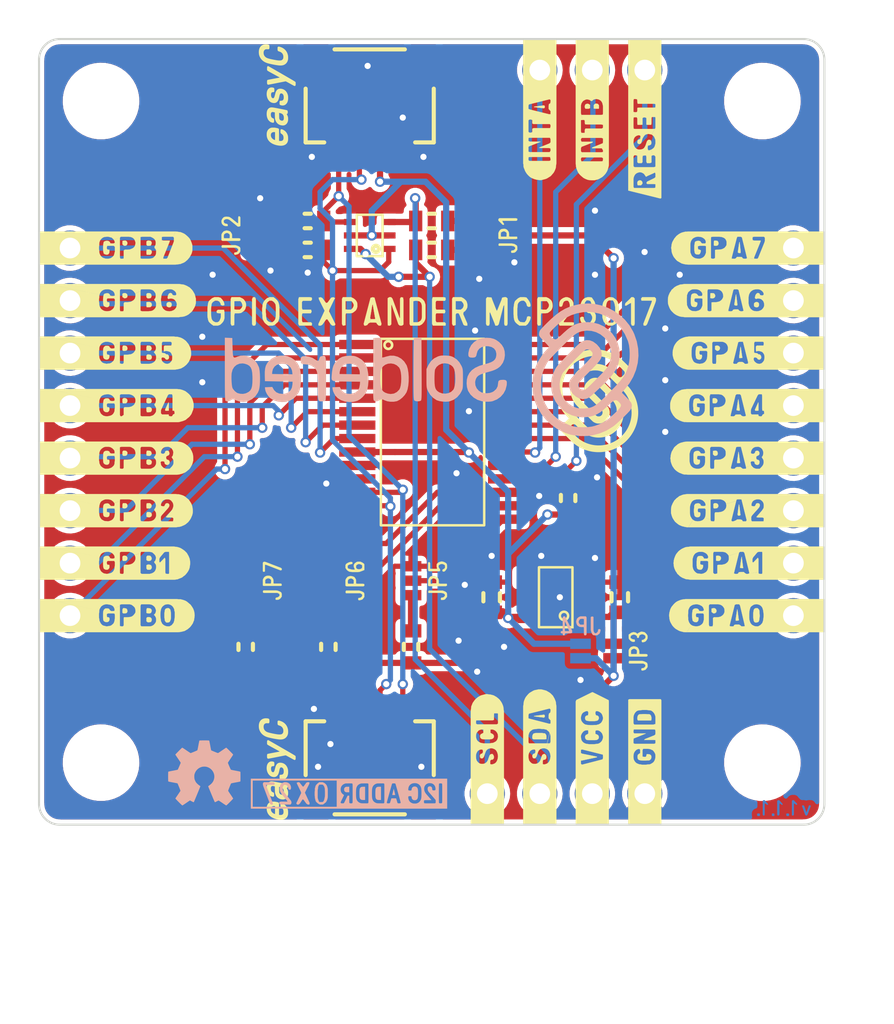
<source format=kicad_pcb>
(kicad_pcb (version 20210623) (generator pcbnew)
  (layers (0 "F.Cu" signal) (31 "B.Cu" signal) (34 "B.Paste" user) (35 "F.Paste" user) (36 "B.SilkS" user "B.Silkscreen") (37 "F.SilkS" user "F.Silkscreen") (38 "B.Mask" user) (39 "F.Mask" user) (44 "Edge.Cuts" user))
  (net 0 "")
  (net 1 "Net-(C3-Pad2)")
  (net 2 "GND")
  (net 3 "3V3")
  (net 4 "SDA_PULL5")
  (net 5 "5V")
  (net 6 "SCL_PULL5")
  (net 7 "SDA_PULL3,3")
  (net 8 "SCL_PULL3,3")
  (net 9 "Net-(JP5-Pad3)")
  (net 10 "A0")
  (net 11 "Net-(JP6-Pad3)")
  (net 12 "A1")
  (net 13 "Net-(JP7-Pad3)")
  (net 14 "A2")
  (net 15 "SDA3,3")
  (net 16 "SCL3,3")
  (net 17 "SCL5")
  (net 18 "SDA5")
  (net 19 "GPB0")
  (net 20 "GPB1")
  (net 21 "GPB2")
  (net 22 "GPB3")
  (net 23 "GPB4")
  (net 24 "GPB5")
  (net 25 "GPB6")
  (net 26 "GPB7")
  (net 27 "INTA")
  (net 28 "INTB")
  (net 29 "~{RESET}")
  (net 30 "GPA0")
  (net 31 "GPA1")
  (net 32 "GPA2")
  (net 33 "GPA3")
  (net 34 "GPA4")
  (net 35 "GPA5")
  (net 36 "GPA6")
  (net 37 "GPA7")
  (footprint "buzzardLabel" (layer "F.Cu") (at 89.6 122.27)
    (fp_text reference "")
    (fp_text value "")
  )
  (footprint "e-radionica.com footprinti:easyC-connector" (layer "F.Cu") (at 106 105.3)
    (fp_text reference "K3")
    (fp_text value "easyC-SMD")
  )
  (footprint "e-radionica.com footprinti:0603R" (layer "F.Cu") (at 100 131.4 -90)
    (fp_text reference "R8")
    (fp_text value "10k")
  )
  (footprint "e-radionica.com footprinti:HOLE_3.2mm" (layer "F.Cu") (at 93 105)
    (fp_text reference "H1" hide)
    (fp_text value "HOLE_3.2mm" hide)
  )
  (footprint "e-radionica.com footprinti:0603C" (layer "F.Cu") (at 111.9 129 -90)
    (fp_text reference "C4")
    (fp_text value "2.2uF")
  )
  (footprint "buzzardLabel" (layer "F.Cu") (at 128.4 122.27)
    (fp_text reference "")
    (fp_text value "")
  )
  (footprint "e-radionica.com footprinti:SMD-JUMPER-CONNECTED_TRACE_SLODERMASK" (layer "F.Cu") (at 117.8 131.6 -90)
    (fp_text reference "JP3")
    (fp_text value "SMD-JUMPER-CONNECTED_TRACE_SLODERMASK")
  )
  (footprint "e-radionica.com footprinti:SOT-363" (layer "F.Cu") (at 106 111.5 180)
    (fp_text reference "U2")
    (fp_text value "NMOS-DUAL")
  )
  (footprint "buzzardLabel" (layer "F.Cu") (at 119 131.6 90)
    (fp_text reference "")
    (fp_text value "")
  )
  (footprint "Soldered Graphics:Logo-Front-Soldered-5mm" (layer "F.Cu") (at 117 119.5)
    (fp_text reference "G***" hide)
    (fp_text value "LOGO" hide)
  )
  (footprint "Soldered Graphics:Logo-Back-SolderedFULL-20mm" (layer "F.Cu") (at 109 118)
    (fp_text reference "REF**" hide)
    (fp_text value "Logo-Front-SolderedFULL-20mm" hide)
  )
  (footprint "e-radionica.com footprinti:easyC-connector" (layer "F.Cu") (at 106 136.7 180)
    (fp_text reference "K1")
    (fp_text value "easyC-SMD")
  )
  (footprint "e-radionica.com footprinti:SOT-23-5" (layer "F.Cu") (at 115 129 180)
    (fp_text reference "U3")
    (fp_text value "SE5218")
  )
  (footprint "Soldered Graphics:Logo-Back-OSH-3.5mm" (layer "F.Cu") (at 98 137.5)
    (fp_text reference "G***" hide)
    (fp_text value "LOGO" hide)
  )
  (footprint "e-radionica.com footprinti:HOLE_3.2mm" (layer "F.Cu") (at 125 137)
    (fp_text reference "H4" hide)
    (fp_text value "HOLE_3.2mm" hide)
  )
  (footprint "e-radionica.com footprinti:0603R" (layer "F.Cu") (at 103 112.2)
    (fp_text reference "R1")
    (fp_text value "10k")
  )
  (footprint "buzzardLabel" (layer "F.Cu") (at 116.77 140.4 90)
    (fp_text reference "")
    (fp_text value "")
  )
  (footprint "buzzardLabel" (layer "F.Cu") (at 114.23 101.6 90)
    (fp_text reference "")
    (fp_text value "")
  )
  (footprint "e-radionica.com footprinti:0603R" (layer "F.Cu") (at 108 131.4 -90)
    (fp_text reference "R6")
    (fp_text value "10k")
  )
  (footprint "Soldered Graphics:Logo-Front-easyC-5mm" (layer "F.Cu") (at 101.5 104.7 90)
    (fp_text reference "G***" hide)
    (fp_text value "LOGO" hide)
  )
  (footprint "e-radionica.com footprinti:0603R" (layer "F.Cu") (at 109 110.8 180)
    (fp_text reference "R2")
    (fp_text value "10k")
  )
  (footprint "e-radionica.com footprinti:FIDUCIAL_1MM_PASTE" (layer "F.Cu") (at 106 138)
    (fp_text reference "FD1")
    (fp_text value "Fiducial_Stencil")
  )
  (footprint "buzzardLabel" (layer "F.Cu") (at 101.3 128.2 90)
    (fp_text reference "")
    (fp_text value "")
  )
  (footprint "buzzardLabel" (layer "F.Cu") (at 89.6 119.73)
    (fp_text reference "")
    (fp_text value "")
  )
  (footprint "buzzardLabel" (layer "F.Cu") (at 119.31 101.6 90)
    (fp_text reference "")
    (fp_text value "")
  )
  (footprint "buzzardLabel" (layer "F.Cu") (at 128.4 112.11)
    (fp_text reference "")
    (fp_text value "")
  )
  (footprint "e-radionica.com footprinti:SMD_JUMPER_3_PAD_TRACE" (layer "F.Cu") (at 100.5 111.5 -90)
    (fp_text reference "JP2")
    (fp_text value "SMD_JUMPER_3_PAD_TRACE")
  )
  (footprint "e-radionica.com footprinti:0603R" (layer "F.Cu") (at 115.6 124.2 -90)
    (fp_text reference "R5")
    (fp_text value "10k")
  )
  (footprint "buzzardLabel" (layer "F.Cu") (at 89.6 117.19)
    (fp_text reference "")
    (fp_text value "")
  )
  (footprint "buzzardLabel" (layer "F.Cu") (at 105.3 128.2 90)
    (fp_text reference "")
    (fp_text value "")
  )
  (footprint "buzzardLabel" (layer "F.Cu") (at 119.31 140.4 90)
    (fp_text reference "")
    (fp_text value "")
  )
  (footprint "buzzardLabel" (layer "F.Cu") (at 128.4 129.89)
    (fp_text reference "")
    (fp_text value "")
  )
  (footprint "e-radionica.com footprinti:SMD_JUMPER_3_PAD_CONNECTED_RIGHT" (layer "F.Cu") (at 108 128.2 -90)
    (fp_text reference "JP5")
    (fp_text value "SMD_JUMPER_3_PAD_CONNECTED_RIGHT")
  )
  (footprint "buzzardLabel" (layer "F.Cu") (at 128.4 124.81)
    (fp_text reference "")
    (fp_text value "")
  )
  (footprint "e-radionica.com footprinti:HOLE_3.2mm" (layer "F.Cu") (at 125 105)
    (fp_text reference "H3" hide)
    (fp_text value "HOLE_3.2mm" hide)
  )
  (footprint "buzzardLabel" (layer "F.Cu") (at 128.4 114.65)
    (fp_text reference "")
    (fp_text value "")
  )
  (footprint "buzzardLabel" (layer "F.Cu") (at 89.6 114.65)
    (fp_text reference "")
    (fp_text value "")
  )
  (footprint "e-radionica.com footprinti:HOLE_3.2mm" (layer "F.Cu") (at 93 137)
    (fp_text reference "H2" hide)
    (fp_text value "HOLE_3.2mm" hide)
  )
  (footprint "e-radionica.com footprinti:SMD_JUMPER_3_PAD_TRACE" (layer "F.Cu") (at 111.5 111.5 -90)
    (fp_text reference "JP1")
    (fp_text value "SMD_JUMPER_3_PAD_TRACE")
  )
  (footprint "buzzardLabel" (layer "F.Cu") (at 114.23 140.4 90)
    (fp_text reference "")
    (fp_text value "")
  )
  (footprint "buzzardLabel" (layer "F.Cu") (at 99.3 111.5 90)
    (fp_text reference "")
    (fp_text value "")
  )
  (footprint "buzzardLabel" (layer "F.Cu") (at 112.7 111.5 90)
    (fp_text reference "")
    (fp_text value "")
  )
  (footprint "Soldered Graphics:Logo-Front-easyC-5mm" (layer "F.Cu") (at 101.5 137.3 90)
    (fp_text reference "G***" hide)
    (fp_text value "LOGO" hide)
  )
  (footprint "buzzardLabel" (layer "F.Cu") (at 109.3 128.2 90)
    (fp_text reference "")
    (fp_text value "")
  )
  (footprint "buzzardLabel" (layer "F.Cu") (at 89.6 127.35)
    (fp_text reference "")
    (fp_text value "")
  )
  (footprint "e-radionica.com footprinti:SMD_JUMPER_3_PAD_CONNECTED_RIGHT" (layer "F.Cu") (at 100 128.2 -90)
    (fp_text reference "JP7")
    (fp_text value "SMD_JUMPER_3_PAD_CONNECTED_RIGHT")
  )
  (footprint "e-radionica.com footprinti:0603R" (layer "F.Cu") (at 103 110.8 180)
    (fp_text reference "R4")
    (fp_text value "10k")
  )
  (footprint "buzzardLabel" (layer "F.Cu") (at 89.6 124.81)
    (fp_text reference "")
    (fp_text value "")
  )
  (footprint "buzzardLabel" (layer "F.Cu") (at 109 115.2)
    (fp_text reference "")
    (fp_text value "")
  )
  (footprint "buzzardLabel" (layer "F.Cu") (at 89.6 112.11)
    (fp_text reference "")
    (fp_text value "")
  )
  (footprint "e-radionica.com footprinti:0603R" (layer "F.Cu") (at 109 112.2)
    (fp_text reference "R3")
    (fp_text value "10k")
  )
  (footprint "buzzardLabel" (layer "F.Cu") (at 128.4 119.73)
    (fp_text reference "")
    (fp_text value "")
  )
  (footprint "buzzardLabel" (layer "F.Cu") (at 128.4 117.19)
    (fp_text reference "")
    (fp_text value "")
  )
  (footprint "buzzardLabel" (layer "F.Cu") (at 89.6 129.89)
    (fp_text reference "")
    (fp_text value "")
  )
  (footprint "e-radionica.com footprinti:SMD_JUMPER_3_PAD_CONNECTED_RIGHT" (layer "F.Cu") (at 104 128.2 -90)
    (fp_text reference "JP6")
    (fp_text value "SMD_JUMPER_3_PAD_CONNECTED_RIGHT")
  )
  (footprint "buzzardLabel" (layer "F.Cu") (at 128.4 127.35)
    (fp_text reference "")
    (fp_text value "")
  )
  (footprint "e-radionica.com footprinti:MCP23017" (layer "F.Cu") (at 109 121)
    (fp_text reference "U1")
    (fp_text value "MCP23017T-E_SS")
  )
  (footprint "buzzardLabel" (layer "F.Cu") (at 111.69 140.4 90)
    (fp_text reference "")
    (fp_text value "")
  )
  (footprint "buzzardLabel" (layer "F.Cu") (at 116.77 101.6 90)
    (fp_text reference "")
    (fp_text value "")
  )
  (footprint "e-radionica.com footprinti:0603C" (layer "F.Cu") (at 118.1 129 -90)
    (fp_text reference "C3")
    (fp_text value "2.2uF")
  )
  (footprint "e-radionica.com footprinti:0603R" (layer "F.Cu") (at 104 131.4 -90)
    (fp_text reference "R7")
    (fp_text value "10k")
  )
  (footprint "e-radionica.com footprinti:SMD_JUMPER" (layer "B.Cu") (at 116.2 131.6 90)
    (fp_text reference "JP4")
    (fp_text value "SMD_JUMPER")
  )
  (footprint "buzzardLabel" (layer "B.Cu") (at 116.2 130.4 180)
    (fp_text reference "")
    (fp_text value "")
  )
  (footprint "e-radionica.com footprinti:HEADER_MALE_8X1" (layer "B.Cu") (at 91.5 121 -90)
    (fp_text reference "K4")
    (fp_text value "HEADER_MALE_8X1")
  )
  (footprint "e-radionica.com footprinti:HEADER_MALE_3X1" (layer "B.Cu") (at 116.77 103.5 180)
    (fp_text reference "K5")
    (fp_text value "HEADER_MALE_3X1")
  )
  (footprint "buzzardLabel" (layer "B.Cu") (at 102.4 138.5 180)
    (fp_text reference "")
    (fp_text value "")
  )
  (footprint "e-radionica.com footprinti:HEADER_MALE_8X1" (layer "B.Cu") (at 126.5 121 -90)
    (fp_text reference "K6")
    (fp_text value "HEADER_MALE_8X1")
  )
  (footprint "e-radionica.com footprinti:HEADER_MALE_4X1" (layer "B.Cu") (at 115.5 138.5 180)
    (fp_text reference "K2")
    (fp_text value "HEADER_MALE_4X1")
  )
  (footprint "Soldered Graphics:Version1.1.1." (layer "B.Cu") (at 126 139.2 180)
    (fp_text reference "REF**" hide)
    (fp_text value "Version1.1.1." hide)
  )
  (footprint "Soldered Graphics:Symbol-Front-I2C-ADDR-Field" (layer "B.Cu") (at 105 138.5 180)
    (fp_text reference "REF**" hide)
    (fp_text value "Symbol-Front-I2C-ADDR-Field" hide)
  )
  (gr_arc (start 91 103) (end 91 102) (angle -90) (layer "Edge.Cuts") (width 0.1))
  (gr_arc (start 127 103) (end 128 103) (angle -90) (layer "Edge.Cuts") (width 0.1))
  (gr_arc (start 91 139) (end 91 140) (angle 90) (layer "Edge.Cuts") (width 0.1))
  (gr_line (start 91 102) (end 127 102) (layer "Edge.Cuts") (width 0.1))
  (gr_line (start 128 103) (end 128 139) (layer "Edge.Cuts") (width 0.1))
  (gr_line (start 127 140) (end 91 140) (layer "Edge.Cuts") (width 0.1))
  (gr_arc (start 127 139) (end 127 140) (angle -90) (layer "Edge.Cuts") (width 0.1))
  (gr_line (start 90 139) (end 90 103) (layer "Edge.Cuts") (width 0.1))
  (segment (start 116.1 128.05) (end 115.05 128.05) (width 0.254) (layer "F.Cu") (net 1))
  (segment (start 115.05 129.95) (end 116.1 129.95) (width 0.254) (layer "F.Cu") (net 1))
  (segment (start 115.05 128.05) (end 114.5 128.6) (width 0.254) (layer "F.Cu") (net 1))
  (segment (start 114.5 128.6) (end 114.5 129.4) (width 0.254) (layer "F.Cu") (net 1))
  (segment (start 116.1 129.95) (end 117.58 129.95) (width 0.3) (layer "F.Cu") (net 1))
  (segment (start 114.5 129.4) (end 115.05 129.95) (width 0.254) (layer "F.Cu") (net 1))
  (segment (start 117.58 129.95) (end 117.8 129.73) (width 0.3) (layer "F.Cu") (net 1))
  (segment (start 117.8 129.73) (end 117.8 131.25) (width 0.3) (layer "F.Cu") (net 1))
  (via (at 101.2 113.2) (size 0.5) (drill 0.3) (layers "F.Cu" "B.Cu") (net 2))
  (via (at 120.3 121) (size 0.5) (drill 0.3) (layers "F.Cu" "B.Cu") (net 2))
  (via (at 115.2 129) (size 0.5) (drill 0.3) (layers "F.Cu" "B.Cu") (net 2))
  (via (at 97.9 116.4) (size 0.5) (drill 0.3) (layers "F.Cu" "B.Cu") (net 2))
  (via (at 103.2 107.7) (size 0.5) (drill 0.3) (layers "F.Cu" "B.Cu") (net 2))
  (via (at 107.6 105.8) (size 0.5) (drill 0.3) (layers "F.Cu" "B.Cu") (net 2))
  (via (at 121 113.4) (size 0.5) (drill 0.3) (layers "F.Cu" "B.Cu") (net 2))
  (via (at 120.3 118.5) (size 0.5) (drill 0.3) (layers "F.Cu" "B.Cu") (net 2))
  (via (at 114.2 124.1) (size 0.5) (drill 0.3) (layers "F.Cu" "B.Cu") (net 2))
  (via (at 104.1 136.1) (size 0.5) (drill 0.3) (layers "F.Cu" "B.Cu") (net 2))
  (via (at 103 113.3) (size 0.5) (drill 0.3) (layers "F.Cu" "B.Cu") (net 2))
  (via (at 98.4 113.4) (size 0.5) (drill 0.3) (layers "F.Cu" "B.Cu") (net 2))
  (via (at 103.9 123.5) (size 0.5) (drill 0.3) (layers "F.Cu" "B.Cu") (net 2))
  (via (at 110.8 120) (size 0.5) (drill 0.3) (layers "F.Cu" "B.Cu") (net 2))
  (via (at 110.3 131.1) (size 0.5) (drill 0.3) (layers "F.Cu" "B.Cu") (net 2))
  (via (at 108.5 137.2) (size 0.5) (drill 0.3) (layers "F.Cu" "B.Cu") (net 2))
  (via (at 112.5 131.4) (size 0.5) (drill 0.3) (layers "F.Cu" "B.Cu") (net 2))
  (via (at 119.3 112.3) (size 0.5) (drill 0.3) (layers "F.Cu" "B.Cu") (net 2))
  (via (at 116.2 133) (size 0.5) (drill 0.3) (layers "F.Cu" "B.Cu") (net 2))
  (via (at 113 112.8) (size 0.5) (drill 0.3) (layers "F.Cu" "B.Cu") (net 2))
  (via (at 108.6 107.7) (size 0.5) (drill 0.3) (layers "F.Cu" "B.Cu") (net 2))
  (via (at 120.3 116) (size 0.5) (drill 0.3) (layers "F.Cu" "B.Cu") (net 2))
  (via (at 110.2 123) (size 0.5) (drill 0.3) (layers "F.Cu" "B.Cu") (net 2))
  (via (at 97.9 118.6) (size 0.5) (drill 0.3) (layers "F.Cu" "B.Cu") (net 2))
  (via (at 117 123.2) (size 0.5) (drill 0.3) (layers "F.Cu" "B.Cu") (net 2))
  (via (at 111.2 132.6) (size 0.5) (drill 0.3) (layers "F.Cu" "B.Cu") (net 2))
  (via (at 103.5 137.2) (size 0.5) (drill 0.3) (layers "F.Cu" "B.Cu") (net 2))
  (via (at 103.3 134.4) (size 0.5) (drill 0.3) (layers "F.Cu" "B.Cu") (net 2))
  (via (at 114.3 127) (size 0.5) (drill 0.3) (layers "F.Cu" "B.Cu") (net 2))
  (via (at 100.7 109.7) (size 0.5) (drill 0.3) (layers "F.Cu" "B.Cu") (net 2))
  (via (at 111.3 113.6) (size 0.5) (drill 0.3) (layers "F.Cu" "B.Cu") (net 2))
  (via (at 105.9 103.3) (size 0.5) (drill 0.3) (layers "F.Cu" "B.Cu") (net 2))
  (via (at 116.9 113.4) (size 0.5) (drill 0.3) (layers "F.Cu" "B.Cu") (net 2))
  (via (at 116.9 127.1) (size 0.5) (drill 0.3) (layers "F.Cu" "B.Cu") (net 2))
  (via (at 116.9 110.3) (size 0.5) (drill 0.3) (layers "F.Cu" "B.Cu") (net 2))
  (via (at 111.9 127) (size 0.5) (drill 0.3) (layers "F.Cu" "B.Cu") (net 2))
  (via (at 110.6 128.4) (size 0.5) (drill 0.3) (layers "F.Cu" "B.Cu") (net 2))
  (via (at 111.1 116.1) (size 0.5) (drill 0.3) (layers "F.Cu" "B.Cu") (net 2))
  (segment (start 106.5 106.3) (end 106.5 107.45) (width 0.3) (layer "F.Cu") (net 3))
  (segment (start 105.5 133.675) (end 104 132.175) (width 0.3) (layer "F.Cu") (net 3))
  (segment (start 106.92 111.5) (end 106.3 111.5) (width 0.3) (layer "F.Cu") (net 3))
  (segment (start 106 105.8) (end 106.5 106.3) (width 0.3) (layer "F.Cu") (net 3))
  (segment (start 111.9 130.7) (end 111.9 129.73) (width 0.3) (layer "F.Cu") (net 3))
  (segment (start 105.5 134.55) (end 105.5 133.675) (width 0.3) (layer "F.Cu") (net 3))
  (segment (start 103.4 105.8) (end 106 105.8) (width 0.3) (layer "F.Cu") (net 3))
  (segment (start 107.225 121.975) (end 105.4 121.975) (width 0.3) (layer "F.Cu") (net 3))
  (segment (start 106.3 111.5) (end 106.1 111.5) (width 0.3) (layer "F.Cu") (net 3))
  (segment (start 110.425 132.175) (end 111.9 130.7) (width 0.3) (layer "F.Cu") (net 3))
  (segment (start 112.7 130) (end 113.85 130) (width 0.4) (layer "F.Cu") (net 3))
  (segment (start 108 132.175) (end 110.425 132.175) (width 0.3) (layer "F.Cu") (net 3))
  (segment (start 110.775 121.975) (end 107.225 121.975) (width 0.3) (layer "F.Cu") (net 3))
  (segment (start 112.7 130) (end 112.43 129.73) (width 0.4) (layer "F.Cu") (net 3))
  (segment (start 112.43 129.73) (end 111.9 129.73) (width 0.4) (layer "F.Cu") (net 3))
  (segment (start 114.6 125) (end 115.575 125) (width 0.3) (layer "F.Cu") (net 3))
  (segment (start 106.3 111.5) (end 105.08 111.5) (width 0.3) (layer "F.Cu") (net 3))
  (segment (start 115.575 125) (end 115.6 124.975) (width 0.3) (layer "F.Cu") (net 3))
  (segment (start 100.5 111.5) (end 99.9 111.5) (width 0.3) (layer "F.Cu") (net 3))
  (segment (start 110.8 122) (end 110.775 121.975) (width 0.3) (layer "F.Cu") (net 3))
  (segment (start 100 132.175) (end 108 132.175) (width 0.3) (layer "F.Cu") (net 3))
  (segment (start 113.85 130) (end 113.9 129.95) (width 0.254) (layer "F.Cu") (net 3))
  (segment (start 106.5 108.9) (end 106.5 107.45) (width 0.3) (layer "F.Cu") (net 3))
  (segment (start 99.4 109.8) (end 103.4 105.8) (width 0.3) (layer "F.Cu") (net 3))
  (segment (start 99.9 111.5) (end 99.4 111) (width 0.3) (layer "F.Cu") (net 3))
  (segment (start 99.4 111) (end 99.4 109.8) (width 0.3) (layer "F.Cu") (net 3))
  (via (at 110.8 122) (size 0.5) (drill 0.3) (layers "F.Cu" "B.Cu") (net 3))
  (via (at 114.6 125) (size 0.5) (drill 0.3) (layers "F.Cu" "B.Cu") (net 3))
  (via (at 112.7 130) (size 0.5) (drill 0.3) (layers "F.Cu" "B.Cu") (net 3))
  (via (at 106.5 108.9) (size 0.5) (drill 0.3) (layers "F.Cu" "B.Cu") (net 3))
  (via (at 106.1 111.5) (size 0.5) (drill 0.3) (layers "F.Cu" "B.Cu") (net 3))
  (segment (start 109.7 120.9) (end 109.7 109.9) (width 0.3) (layer "B.Cu") (net 3))
  (segment (start 110.8 122) (end 112.7 123.9) (width 0.3) (layer "B.Cu") (net 3))
  (segment (start 106.1 111.5) (end 106.1 110.3) (width 0.3) (layer "B.Cu") (net 3))
  (segment (start 113.95 131.25) (end 116.2 131.25) (width 0.3) (layer "B.Cu") (net 3))
  (segment (start 106.1 110.3) (end 107.5 108.9) (width 0.3) (layer "B.Cu") (net 3))
  (segment (start 108.7 108.9) (end 107.5 108.9) (width 0.3) (layer "B.Cu") (net 3))
  (segment (start 110.8 122) (end 109.7 120.9) (width 0.3) (layer "B.Cu") (net 3))
  (segment (start 106.5 108.9) (end 107.5 108.9) (width 0.3) (layer "B.Cu") (net 3))
  (segment (start 106.5 109.9) (end 107.5 108.9) (width 0.3) (layer "B.Cu") (net 3))
  (segment (start 112.7 130) (end 113.95 131.25) (width 0.3) (layer "B.Cu") (net 3))
  (segment (start 112.7 126.9) (end 113 126.6) (width 0.3) (layer "B.Cu") (net 3))
  (segment (start 112.7 130) (end 112.7 126.9) (width 0.3) (layer "B.Cu") (net 3))
  (segment (start 109.7 109.9) (end 108.7 108.9) (width 0.3) (layer "B.Cu") (net 3))
  (segment (start 112.7 123.9) (end 112.7 126.9) (width 0.3) (layer "B.Cu") (net 3))
  (segment (start 113 126.6) (end 114.6 125) (width 0.3) (layer "B.Cu") (net 3))
  (segment (start 109.775 112.2) (end 111.5 112.2) (width 0.3) (layer "F.Cu") (net 4))
  (segment (start 116.77 138.5) (end 116.77 133.83) (width 0.3) (layer "F.Cu") (net 5))
  (segment (start 116.7 111.5) (end 111.5 111.5) (width 0.3) (layer "F.Cu") (net 5))
  (segment (start 117.8 132.8) (end 117.8 131.95) (width 0.3) (layer "F.Cu") (net 5))
  (segment (start 116.77 133.83) (end 117.8 132.8) (width 0.3) (layer "F.Cu") (net 5))
  (segment (start 117.8 112.6) (end 116.7 111.5) (width 0.3) (layer "F.Cu") (net 5))
  (via (at 117.8 132.8) (size 0.5) (drill 0.3) (layers "F.Cu" "B.Cu") (net 5))
  (via (at 117.8 112.6) (size 0.5) (drill 0.3) (layers "F.Cu" "B.Cu") (net 5))
  (segment (start 116.95 131.95) (end 117.8 132.8) (width 0.3) (layer "B.Cu") (net 5))
  (segment (start 116.2 131.95) (end 116.95 131.95) (width 0.3) (layer "B.Cu") (net 5))
  (segment (start 117.8 112.6) (end 117.8 132.8) (width 0.3) (layer "B.Cu") (net 5))
  (segment (start 109.775 110.8) (end 111.5 110.8) (width 0.3) (layer "F.Cu") (net 6))
  (segment (start 100.5 112.2) (end 102.225 112.2) (width 0.254) (layer "F.Cu") (net 7))
  (segment (start 102.225 110.8) (end 100.5 110.8) (width 0.254) (layer "F.Cu") (net 8))
  (segment (start 108 130.625) (end 108 128.9) (width 0.3) (layer "F.Cu") (net 9))
  (segment (start 112.475 125.225) (end 112.6 125.225) (width 0.254) (layer "F.Cu") (net 10))
  (segment (start 108 128.2) (end 109.5 128.2) (width 0.254) (layer "F.Cu") (net 10))
  (segment (start 109.5 128.2) (end 112.475 125.225) (width 0.254) (layer "F.Cu") (net 10))
  (segment (start 104 130.625) (end 104 128.9) (width 0.3) (layer "F.Cu") (net 11))
  (segment (start 104 128.2) (end 105.8 128.2) (width 0.254) (layer "F.Cu") (net 12))
  (segment (start 105.8 128.2) (end 109.425 124.575) (width 0.254) (layer "F.Cu") (net 12))
  (segment (start 109.425 124.575) (end 112.6 124.575) (width 0.254) (layer "F.Cu") (net 12))
  (segment (start 100 130.625) (end 100 128.9) (width 0.3) (layer "F.Cu") (net 13))
  (segment (start 109.275 123.925) (end 112.6 123.925) (width 0.254) (layer "F.Cu") (net 14))
  (segment (start 106.8 126.4) (end 109.275 123.925) (width 0.254) (layer "F.Cu") (net 14))
  (segment (start 100 128.2) (end 101.8 128.2) (width 0.254) (layer "F.Cu") (net 14))
  (segment (start 101.8 128.2) (end 103.6 126.4) (width 0.254) (layer "F.Cu") (net 14))
  (segment (start 103.6 126.4) (end 106.8 126.4) (width 0.254) (layer "F.Cu") (net 14))
  (segment (start 105.5 108.7) (end 105.6 108.8) (width 0.254) (layer "F.Cu") (net 15))
  (segment (start 106.975 124.575) (end 107 124.6) (width 0.254) (layer "F.Cu") (net 15))
  (segment (start 105.4 124.575) (end 106.975 124.575) (width 0.254) (layer "F.Cu") (net 15))
  (segment (start 106.92 112.78) (end 106.92 112.15) (width 0.254) (layer "F.Cu") (net 15))
  (segment (start 105.5 107.45) (end 105.5 108.7) (width 0.254) (layer "F.Cu") (net 15))
  (segment (start 106.5 133.5) (end 106.5 134.55) (width 0.254) (layer "F.Cu") (net 15))
  (segment (start 106.5 113.2) (end 106.92 112.78) (width 0.254) (layer "F.Cu") (net 15))
  (segment (start 106.8 133.2) (end 106.5 133.5) (width 0.254) (layer "F.Cu") (net 15))
  (segment (start 103.775 112.775) (end 103.775 112.2) (width 0.254) (layer "F.Cu") (net 15))
  (segment (start 104.2 113.2) (end 106.5 113.2) (width 0.254) (layer "F.Cu") (net 15))
  (segment (start 104.2 113.2) (end 103.775 112.775) (width 0.254) (layer "F.Cu") (net 15))
  (via (at 107 124.6) (size 0.5) (drill 0.3) (layers "F.Cu" "B.Cu") (net 15))
  (via (at 106.8 133.2) (size 0.5) (drill 0.3) (layers "F.Cu" "B.Cu") (net 15))
  (via (at 105.6 108.8) (size 0.5) (drill 0.3) (layers "F.Cu" "B.Cu") (net 15))
  (via (at 104.2 113.2) (size 0.5) (drill 0.3) (layers "F.Cu" "B.Cu") (net 15))
  (segment (start 104.2 108.8) (end 105.6 108.8) (width 0.254) (layer "B.Cu") (net 15))
  (segment (start 104.2 113.2) (end 104.2 110.8) (width 0.254) (layer "B.Cu") (net 15))
  (segment (start 103.6 109.4) (end 104.2 108.8) (width 0.254) (layer "B.Cu") (net 15))
  (segment (start 107 124.2) (end 104.2 121.4) (width 0.254) (layer "B.Cu") (net 15))
  (segment (start 104.2 121.4) (end 104.2 113.2) (width 0.254) (layer "B.Cu") (net 15))
  (segment (start 106.8 133.2) (end 107 133) (width 0.254) (layer "B.Cu") (net 15))
  (segment (start 107 133) (end 107 124.6) (width 0.254) (layer "B.Cu") (net 15))
  (segment (start 107 124.6) (end 107 124.2) (width 0.254) (layer "B.Cu") (net 15))
  (segment (start 103.6 110.2) (end 103.6 109.4) (width 0.254) (layer "B.Cu") (net 15))
  (segment (start 104.2 110.8) (end 103.6 110.2) (width 0.254) (layer "B.Cu") (net 15))
  (segment (start 107.6 134.45) (end 107.5 134.55) (width 0.254) (layer "F.Cu") (net 16))
  (segment (start 103.825 110.85) (end 103.775 110.8) (width 0.254) (layer "F.Cu") (net 16))
  (segment (start 107.475 123.925) (end 107.6 123.8) (width 0.254) (layer "F.Cu") (net 16))
  (segment (start 105.4 123.925) (end 107.475 123.925) (width 0.254) (layer "F.Cu") (net 16))
  (segment (start 103.775 110.325) (end 104.5 109.6) (width 0.254) (layer "F.Cu") (net 16))
  (segment (start 103.775 110.8) (end 103.775 110.325) (width 0.254) (layer "F.Cu") (net 16))
  (segment (start 105.08 110.85) (end 103.825 110.85) (width 0.254) (layer "F.Cu") (net 16))
  (segment (start 107.6 133.2) (end 107.6 134.45) (width 0.254) (layer "F.Cu") (net 16))
  (segment (start 104.5 109.6) (end 104.5 107.45) (width 0.254) (layer "F.Cu") (net 16))
  (via (at 107.6 123.8) (size 0.5) (drill 0.3) (layers "F.Cu" "B.Cu") (net 16))
  (via (at 107.6 133.2) (size 0.5) (drill 0.3) (layers "F.Cu" "B.Cu") (net 16))
  (via (at 104.5 109.6) (size 0.5) (drill 0.3) (layers "F.Cu" "B.Cu") (net 16))
  (segment (start 107.4 123.6) (end 105 121.2) (width 0.254) (layer "B.Cu") (net 16))
  (segment (start 107.4 123.6) (end 107.6 123.8) (width 0.254) (layer "B.Cu") (net 16))
  (segment (start 105 110.1) (end 104.5 109.6) (width 0.254) (layer "B.Cu") (net 16))
  (segment (start 107.6 123.8) (end 107.6 133.2) (width 0.254) (layer "B.Cu") (net 16))
  (segment (start 105 121.2) (end 105 110.1) (width 0.254) (layer "B.Cu") (net 16))
  (segment (start 108.225 109.725) (end 108.2 109.7) (width 0.3) (layer "F.Cu") (net 17))
  (segment (start 108.225 110.8) (end 108.225 109.725) (width 0.3) (layer "F.Cu") (net 17))
  (segment (start 106.92 110.85) (end 108.175 110.85) (width 0.3) (layer "F.Cu") (net 17))
  (via (at 108.2 109.7) (size 0.5) (drill 0.3) (layers "F.Cu" "B.Cu") (net 17))
  (segment (start 111.69 135.49) (end 111.69 138.5) (width 0.254) (layer "B.Cu") (net 17))
  (segment (start 108.2 132) (end 111.69 135.49) (width 0.254) (layer "B.Cu") (net 17))
  (segment (start 108.2 109.7) (end 108.2 132) (width 0.254) (layer "B.Cu") (net 17))
  (segment (start 108.9 113.5) (end 108.225 112.825) (width 0.3) (layer "F.Cu") (net 18))
  (segment (start 105.08 112.15) (end 105.55 112.15) (width 0.3) (layer "F.Cu") (net 18))
  (segment (start 105.55 112.15) (end 105.8 112.4) (width 0.3) (layer "F.Cu") (net 18))
  (segment (start 107.4 113.5) (end 108.9 113.5) (width 0.3) (layer "F.Cu") (net 18))
  (segment (start 108.225 112.825) (end 108.225 112.2) (width 0.3) (layer "F.Cu") (net 18))
  (via (at 108.9 113.5) (size 0.5) (drill 0.3) (layers "F.Cu" "B.Cu") (net 18))
  (via (at 105.8 112.4) (size 0.5) (drill 0.3) (layers "F.Cu" "B.Cu") (net 18))
  (via (at 107.4 113.5) (size 0.5) (drill 0.3) (layers "F.Cu" "B.Cu") (net 18))
  (segment (start 105.8 112.4) (end 106.9 113.5) (width 0.3) (layer "B.Cu") (net 18))
  (segment (start 114.23 136.83) (end 114.23 138.5) (width 0.254) (layer "B.Cu") (net 18))
  (segment (start 108.9 113.5) (end 108.9 131.5) (width 0.254) (layer "B.Cu") (net 18))
  (segment (start 106.9 113.5) (end 107.4 113.5) (width 0.3) (layer "B.Cu") (net 18))
  (segment (start 108.9 131.5) (end 114.23 136.83) (width 0.254) (layer "B.Cu") (net 18))
  (segment (start 105.4 116.775) (end 101.025 116.775) (width 0.254) (layer "F.Cu") (net 19))
  (segment (start 101.025 116.775) (end 99 118.8) (width 0.254) (layer "F.Cu") (net 19))
  (segment (start 99 118.8) (end 99 122.8) (width 0.254) (layer "F.Cu") (net 19))
  (via (at 99 122.8) (size 0.5) (drill 0.3) (layers "F.Cu" "B.Cu") (net 19))
  (segment (start 99 122.8) (end 98.59 122.8) (width 0.254) (layer "B.Cu") (net 19))
  (segment (start 98.59 122.8) (end 91.5 129.89) (width 0.254) (layer "B.Cu") (net 19))
  (segment (start 99.6 119.4) (end 101.575 117.425) (width 0.254) (layer "F.Cu") (net 20))
  (segment (start 99.6 122.2) (end 99.6 119.4) (width 0.254) (layer "F.Cu") (net 20))
  (segment (start 101.575 117.425) (end 105.4 117.425) (width 0.254) (layer "F.Cu") (net 20))
  (via (at 99.6 122.2) (size 0.5) (drill 0.3) (layers "F.Cu" "B.Cu") (net 20))
  (segment (start 99.6 122.2) (end 98 122.2) (width 0.254) (layer "B.Cu") (net 20))
  (segment (start 92.85 127.35) (end 91.5 127.35) (width 0.254) (layer "B.Cu") (net 20))
  (segment (start 98 122.2) (end 92.85 127.35) (width 0.254) (layer "B.Cu") (net 20))
  (segment (start 101.725 118.075) (end 105.4 118.075) (width 0.254) (layer "F.Cu") (net 21))
  (segment (start 100.2 121.6) (end 100.2 119.6) (width 0.254) (layer "F.Cu") (net 21))
  (segment (start 100.2 119.6) (end 101.725 118.075) (width 0.254) (layer "F.Cu") (net 21))
  (via (at 100.2 121.6) (size 0.5) (drill 0.3) (layers "F.Cu" "B.Cu") (net 21))
  (segment (start 97.4 121.6) (end 94.2 124.8) (width 0.254) (layer "B.Cu") (net 21))
  (segment (start 91.51 124.8) (end 91.5 124.81) (width 0.254) (layer "B.Cu") (net 21))
  (segment (start 100.2 121.6) (end 97.4 121.6) (width 0.254) (layer "B.Cu") (net 21))
  (segment (start 94.2 124.8) (end 91.51 124.8) (width 0.254) (layer "B.Cu") (net 21))
  (segment (start 101.875 118.725) (end 105.4 118.725) (width 0.254) (layer "F.Cu") (net 22))
  (segment (start 100.8 120.8) (end 100.8 119.8) (width 0.254) (layer "F.Cu") (net 22))
  (segment (start 100.8 119.8) (end 101.875 118.725) (width 0.254) (layer "F.Cu") (net 22))
  (via (at 100.8 120.8) (size 0.5) (drill 0.3) (layers "F.Cu" "B.Cu") (net 22))
  (segment (start 100.8 120.8) (end 97.2 120.8) (width 0.254) (layer "B.Cu") (net 22))
  (segment (start 97.2 120.8) (end 95.8 122.2) (width 0.254) (layer "B.Cu") (net 22))
  (segment (start 95.8 122.2) (end 91.57 122.2) (width 0.254) (layer "B.Cu") (net 22))
  (segment (start 91.57 122.2) (end 91.5 122.27) (width 0.254) (layer "B.Cu") (net 22))
  (segment (start 101.6 120.2) (end 102.425 119.375) (width 0.254) (layer "F.Cu") (net 23))
  (segment (start 102.425 119.375) (end 105.4 119.375) (width 0.254) (layer "F.Cu") (net 23))
  (via (at 101.6 120.2) (size 0.5) (drill 0.3) (layers "F.Cu" "B.Cu") (net 23))
  (segment (start 101.6 120) (end 101.33 119.73) (width 0.254) (layer "B.Cu") (net 23))
  (segment (start 101.33 119.73) (end 91.5 119.73) (width 0.254) (layer "B.Cu") (net 23))
  (segment (start 101.6 120.2) (end 101.6 120) (width 0.254) (layer "B.Cu") (net 23))
  (segment (start 102.2 120.8) (end 102.975 120.025) (width 0.254) (layer "F.Cu") (net 24))
  (segment (start 102.975 120.025) (end 105.4 120.025) (width 0.254) (layer "F.Cu") (net 24))
  (via (at 102.2 120.8) (size 0.5) (drill 0.3) (layers "F.Cu" "B.Cu") (net 24))
  (segment (start 101.59 117.19) (end 91.5 117.19) (width 0.254) (layer "B.Cu") (net 24))
  (segment (start 102.2 120.8) (end 102.2 117.8) (width 0.254) (layer "B.Cu") (net 24))
  (segment (start 102.2 117.8) (end 101.59 117.19) (width 0.254) (layer "B.Cu") (net 24))
  (segment (start 103.725 120.675) (end 105.4 120.675) (width 0.254) (layer "F.Cu") (net 25))
  (segment (start 102.9 121.5) (end 103.725 120.675) (width 0.254) (layer "F.Cu") (net 25))
  (via (at 102.9 121.5) (size 0.5) (drill 0.3) (layers "F.Cu" "B.Cu") (net 25))
  (segment (start 102.9 121.5) (end 102.9 117.5) (width 0.254) (layer "B.Cu") (net 25))
  (segment (start 91.65 114.8) (end 91.5 114.65) (width 0.254) (layer "B.Cu") (net 25))
  (segment (start 100.2 114.8) (end 91.65 114.8) (width 0.254) (layer "B.Cu") (net 25))
  (segment (start 102.9 117.5) (end 100.2 114.8) (width 0.254) (layer "B.Cu") (net 25))
  (segment (start 104.275 121.325) (end 105.4 121.325) (width 0.254) (layer "F.Cu") (net 26))
  (segment (start 103.6 122) (end 104.275 121.325) (width 0.254) (layer "F.Cu") (net 26))
  (via (at 103.6 122) (size 0.5) (drill 0.3) (layers "F.Cu" "B.Cu") (net 26))
  (segment (start 103.6 122) (end 103.6 116.8) (width 0.254) (layer "B.Cu") (net 26))
  (segment (start 98.91 112.11) (end 91.5 112.11) (width 0.254) (layer "B.Cu") (net 26))
  (segment (start 103.6 116.8) (end 98.91 112.11) (width 0.254) (layer "B.Cu") (net 26))
  (segment (start 113.975 121.975) (end 114 122) (width 0.254) (layer "F.Cu") (net 27))
  (segment (start 112.6 121.975) (end 113.975 121.975) (width 0.254) (layer "F.Cu") (net 27))
  (via (at 114 122) (size 0.5) (drill 0.3) (layers "F.Cu" "B.Cu") (net 27))
  (segment (start 114 122) (end 114.23 121.77) (width 0.254) (layer "B.Cu") (net 27))
  (segment (start 114.23 121.77) (end 114.23 103.5) (width 0.254) (layer "B.Cu") (net 27))
  (segment (start 114.575 122.625) (end 115 122.2) (width 0.254) (layer "F.Cu") (net 28))
  (segment (start 112.6 122.625) (end 114.575 122.625) (width 0.254) (layer "F.Cu") (net 28))
  (via (at 115 122.2) (size 0.5) (drill 0.3) (layers "F.Cu" "B.Cu") (net 28))
  (segment (start 116.8 107.6) (end 116.8 103.53) (width 0.254) (layer "B.Cu") (net 28))
  (segment (start 115 109.4) (end 116.8 107.6) (width 0.254) (layer "B.Cu") (net 28))
  (segment (start 116.8 103.53) (end 116.77 103.5) (width 0.254) (layer "B.Cu") (net 28))
  (segment (start 115 122.2) (end 115 109.4) (width 0.254) (layer "B.Cu") (net 28))
  (segment (start 115.6 122.8) (end 116 122.4) (width 0.254) (layer "F.Cu") (net 29))
  (segment (start 112.6 123.275) (end 115.45 123.275) (width 0.254) (layer "F.Cu") (net 29))
  (segment (start 115.6 123.425) (end 115.6 122.8) (width 0.254) (layer "F.Cu") (net 29))
  (segment (start 115.45 123.275) (end 115.6 123.425) (width 0.254) (layer "F.Cu") (net 29))
  (via (at 116 122.4) (size 0.5) (drill 0.3) (layers "F.Cu" "B.Cu") (net 29))
  (segment (start 116 122.4) (end 116 110) (width 0.254) (layer "B.Cu") (net 29))
  (segment (start 119.31 106.69) (end 119.31 103.5) (width 0.254) (layer "B.Cu") (net 29))
  (segment (start 116 110) (end 119.31 106.69) (width 0.254) (layer "B.Cu") (net 29))
  (segment (start 124.89 129.89) (end 126.5 129.89) (width 0.254) (layer "F.Cu") (net 30))
  (segment (start 112.6 121.325) (end 116.325 121.325) (width 0.254) (layer "F.Cu") (net 30))
  (segment (start 116.325 121.325) (end 124.89 129.89) (width 0.254) (layer "F.Cu") (net 30))
  (segment (start 112.6 120.675) (end 116.475 120.675) (width 0.254) (layer "F.Cu") (net 31))
  (segment (start 116.475 120.675) (end 123.2 127.4) (width 0.254) (layer "F.Cu") (net 31))
  (segment (start 126.45 127.4) (end 126.5 127.35) (width 0.254) (layer "F.Cu") (net 31))
  (segment (start 123.2 127.4) (end 126.45 127.4) (width 0.254) (layer "F.Cu") (net 31))
  (segment (start 121.41 124.81) (end 126.5 124.81) (width 0.254) (layer "F.Cu") (net 32))
  (segment (start 112.6 120.025) (end 116.625 120.025) (width 0.254) (layer "F.Cu") (net 32))
  (segment (start 116.625 120.025) (end 121.41 124.81) (width 0.254) (layer "F.Cu") (net 32))
  (segment (start 112.6 119.375) (end 116.975 119.375) (width 0.254) (layer "F.Cu") (net 33))
  (segment (start 119.87 122.27) (end 126.5 122.27) (width 0.254) (layer "F.Cu") (net 33))
  (segment (start 116.975 119.375) (end 119.87 122.27) (width 0.254) (layer "F.Cu") (net 33))
  (segment (start 117.325 118.725) (end 118.33 119.73) (width 0.254) (layer "F.Cu") (net 34))
  (segment (start 118.33 119.73) (end 126.5 119.73) (width 0.254) (layer "F.Cu") (net 34))
  (segment (start 112.6 118.725) (end 117.325 118.725) (width 0.254) (layer "F.Cu") (net 34))
  (segment (start 117.325 118.075) (end 118.21 117.19) (width 0.254) (layer "F.Cu") (net 35))
  (segment (start 118.21 117.19) (end 126.5 117.19) (width 0.254) (layer "F.Cu") (net 35))
  (segment (start 112.6 118.075) (end 117.325 118.075) (width 0.254) (layer "F.Cu") (net 35))
  (segment (start 119.75 114.65) (end 126.5 114.65) (width 0.254) (layer "F.Cu") (net 36))
  (segment (start 112.6 117.425) (end 116.975 117.425) (width 0.254) (layer "F.Cu") (net 36))
  (segment (start 116.975 117.425) (end 119.75 114.65) (width 0.254) (layer "F.Cu") (net 36))
  (segment (start 112.6 116.775) (end 116.625 116.775) (width 0.254) (layer "F.Cu") (net 37))
  (segment (start 121.29 112.11) (end 126.5 112.11) (width 0.254) (layer "F.Cu") (net 37))
  (segment (start 116.625 116.775) (end 121.29 112.11) (width 0.254) (layer "F.Cu") (net 37))
  (zone (net 2) (net_name "GND") (layers F&B.Cu) (connect_pads (clearance 0.254)) (min_thickness 0.2) (fill yes (thermal_gap 0.254) (thermal_bridge_width 0.254))
    (polygon (pts (xy 128 140) (xy 90 140) (xy 90 102) (xy 128 102)))
  )
)
</source>
